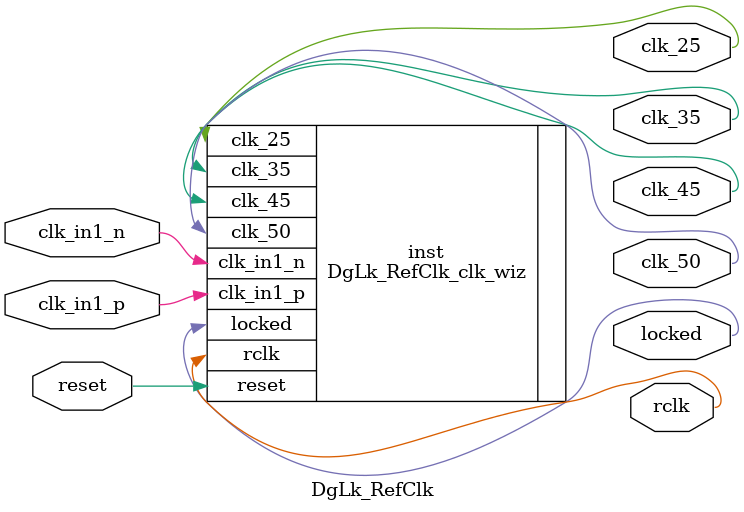
<source format=v>


`timescale 1ps/1ps

(* CORE_GENERATION_INFO = "DgLk_RefClk,clk_wiz_v6_0_3_0_0,{component_name=DgLk_RefClk,use_phase_alignment=true,use_min_o_jitter=false,use_max_i_jitter=false,use_dyn_phase_shift=false,use_inclk_switchover=false,use_dyn_reconfig=false,enable_axi=0,feedback_source=FDBK_AUTO,PRIMITIVE=MMCM,num_out_clk=5,clkin1_period=5.000,clkin2_period=10.0,use_power_down=false,use_reset=true,use_locked=true,use_inclk_stopped=false,feedback_type=SINGLE,CLOCK_MGR_TYPE=NA,manual_override=false}" *)

module DgLk_RefClk 
 (
  // Clock out ports
  output        rclk,
  output        clk_50,
  output        clk_45,
  output        clk_35,
  output        clk_25,
  // Status and control signals
  input         reset,
  output        locked,
 // Clock in ports
  input         clk_in1_p,
  input         clk_in1_n
 );

  DgLk_RefClk_clk_wiz inst
  (
  // Clock out ports  
  .rclk(rclk),
  .clk_50(clk_50),
  .clk_45(clk_45),
  .clk_35(clk_35),
  .clk_25(clk_25),
  // Status and control signals               
  .reset(reset), 
  .locked(locked),
 // Clock in ports
  .clk_in1_p(clk_in1_p),
  .clk_in1_n(clk_in1_n)
  );

endmodule

</source>
